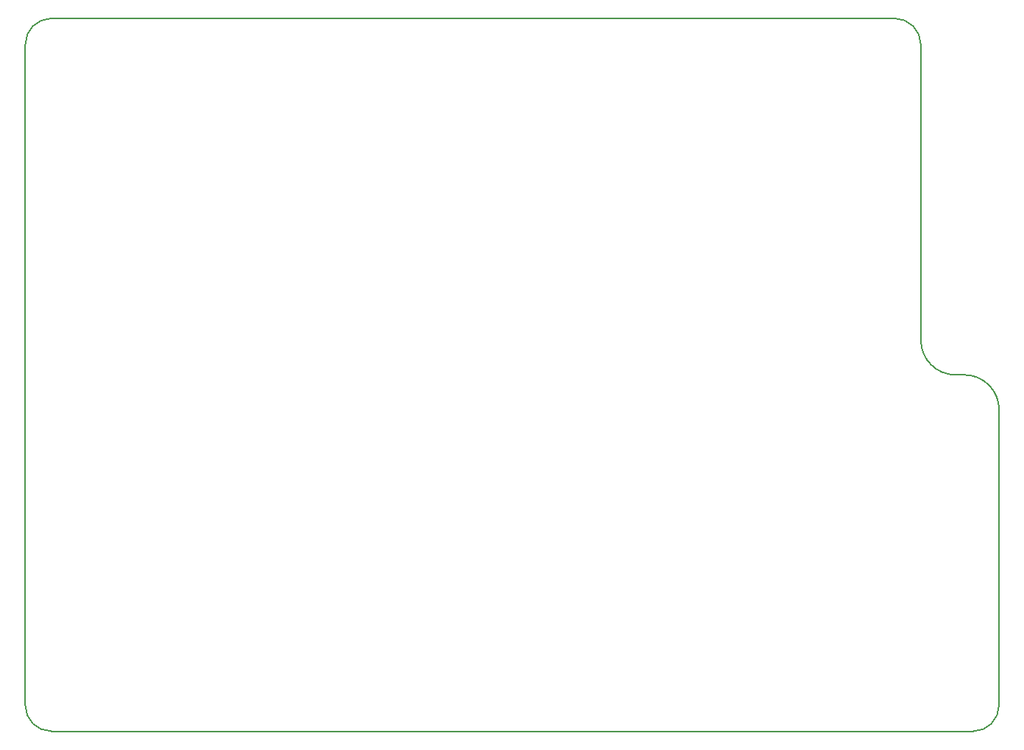
<source format=gbr>
G04 #@! TF.GenerationSoftware,KiCad,Pcbnew,(6.0.1-0)*
G04 #@! TF.CreationDate,2022-09-23T00:34:52-04:00*
G04 #@! TF.ProjectId,macro_pad_rpi_pico,6d616372-6f5f-4706-9164-5f7270695f70,rev?*
G04 #@! TF.SameCoordinates,Original*
G04 #@! TF.FileFunction,Profile,NP*
%FSLAX46Y46*%
G04 Gerber Fmt 4.6, Leading zero omitted, Abs format (unit mm)*
G04 Created by KiCad (PCBNEW (6.0.1-0)) date 2022-09-23 00:34:52*
%MOMM*%
%LPD*%
G01*
G04 APERTURE LIST*
G04 #@! TA.AperFunction,Profile*
%ADD10C,0.200000*%
G04 #@! TD*
G04 APERTURE END LIST*
D10*
X199000000Y-104000000D02*
X198000000Y-104000000D01*
X194000000Y-65999999D02*
G75*
G03*
X191000000Y-62999999I-3000001J-1D01*
G01*
X203000000Y-108000000D02*
G75*
G03*
X199000000Y-104000000I-4000000J0D01*
G01*
X194000000Y-100000000D02*
X194000000Y-66000000D01*
X94000000Y-62999999D02*
X191000000Y-62999999D01*
X194000000Y-100000000D02*
G75*
G03*
X198000000Y-104000000I4000000J0D01*
G01*
X200000000Y-145000000D02*
X94000000Y-145000000D01*
X203000000Y-108000000D02*
X203000000Y-142000000D01*
X200000000Y-145000000D02*
G75*
G03*
X203000000Y-142000000I-1J3000001D01*
G01*
X91000000Y-142000000D02*
G75*
G03*
X94000000Y-145000000I3000001J1D01*
G01*
X94000000Y-62999999D02*
G75*
G03*
X91000000Y-65999999I1J-3000001D01*
G01*
X91000000Y-142000000D02*
X91000000Y-66000000D01*
M02*

</source>
